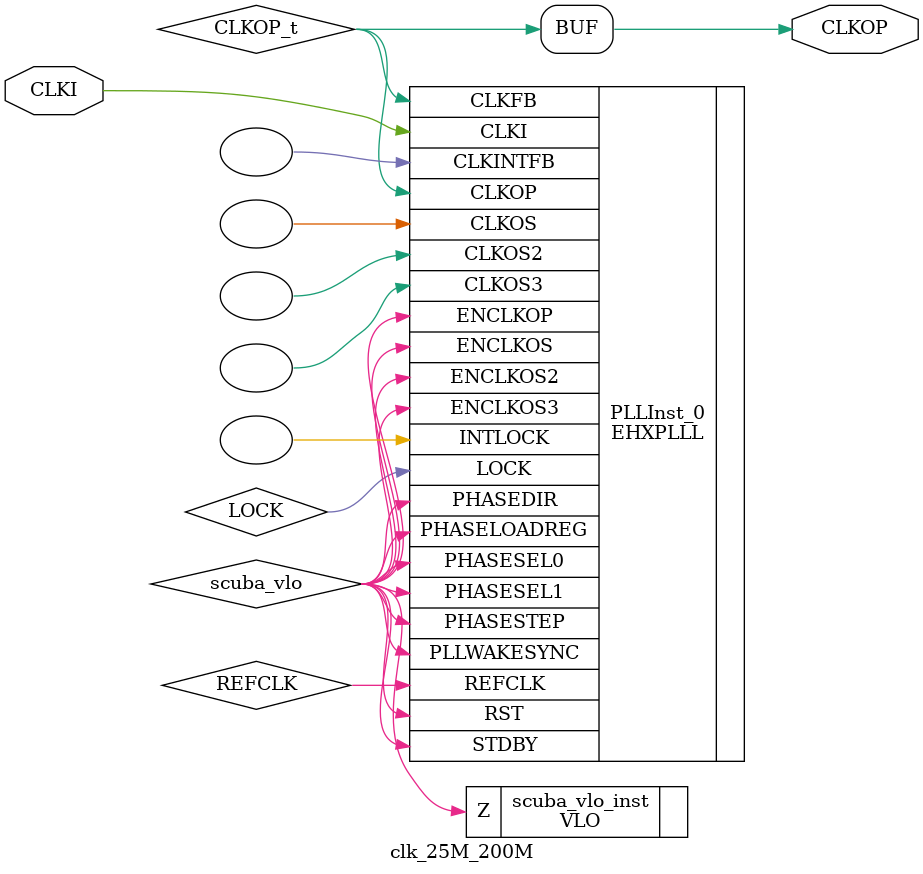
<source format=v>
/* Verilog netlist generated by SCUBA Diamond (64-bit) 3.7.0.96.1 */
/* Module Version: 5.7 */
/* /mt/lattice/diamond/3.7_x64/ispfpga/bin/lin64/scuba -w -n clk_25M_200M -lang verilog -synth synplify -bus_exp 7 -bb -arch sa5p00 -type pll -fin 25.00 -fclkop 200.00 -fclkop_tol 0.0 -phase_cntl STATIC -fb_mode 1 -fdc /home/guest/src/fpga/usbserial-core/TinyFPGA-Bootloader/boards/ulx3s/clock/clk_25M_200M/clk_25M_200M.fdc  */
/* Wed Jul 11 00:09:44 2018 */


`timescale 1 ns / 1 ps
module clk_25M_200M (CLKI, CLKOP)/* synthesis NGD_DRC_MASK=1 */;
    input wire CLKI;
    output wire CLKOP;

    wire REFCLK;
    wire LOCK;
    wire CLKOP_t;
    wire scuba_vhi;
    wire scuba_vlo;

    VHI scuba_vhi_inst (.Z(scuba_vhi));

    VLO scuba_vlo_inst (.Z(scuba_vlo));

    defparam PLLInst_0.PLLRST_ENA = "DISABLED" ;
    defparam PLLInst_0.INTFB_WAKE = "DISABLED" ;
    defparam PLLInst_0.STDBY_ENABLE = "DISABLED" ;
    defparam PLLInst_0.DPHASE_SOURCE = "DISABLED" ;
    defparam PLLInst_0.CLKOS3_FPHASE = 0 ;
    defparam PLLInst_0.CLKOS3_CPHASE = 0 ;
    defparam PLLInst_0.CLKOS2_FPHASE = 0 ;
    defparam PLLInst_0.CLKOS2_CPHASE = 0 ;
    defparam PLLInst_0.CLKOS_FPHASE = 0 ;
    defparam PLLInst_0.CLKOS_CPHASE = 0 ;
    defparam PLLInst_0.CLKOP_FPHASE = 0 ;
    defparam PLLInst_0.CLKOP_CPHASE = 2 ;
    defparam PLLInst_0.PLL_LOCK_MODE = 0 ;
    defparam PLLInst_0.CLKOS_TRIM_DELAY = 0 ;
    defparam PLLInst_0.CLKOS_TRIM_POL = "FALLING" ;
    defparam PLLInst_0.CLKOP_TRIM_DELAY = 0 ;
    defparam PLLInst_0.CLKOP_TRIM_POL = "FALLING" ;
    defparam PLLInst_0.OUTDIVIDER_MUXD = "DIVD" ;
    defparam PLLInst_0.CLKOS3_ENABLE = "DISABLED" ;
    defparam PLLInst_0.OUTDIVIDER_MUXC = "DIVC" ;
    defparam PLLInst_0.CLKOS2_ENABLE = "DISABLED" ;
    defparam PLLInst_0.OUTDIVIDER_MUXB = "DIVB" ;
    defparam PLLInst_0.CLKOS_ENABLE = "DISABLED" ;
    defparam PLLInst_0.OUTDIVIDER_MUXA = "DIVA" ;
    defparam PLLInst_0.CLKOP_ENABLE = "ENABLED" ;
    defparam PLLInst_0.CLKOS3_DIV = 1 ;
    defparam PLLInst_0.CLKOS2_DIV = 1 ;
    defparam PLLInst_0.CLKOS_DIV = 1 ;
    defparam PLLInst_0.CLKOP_DIV = 3 ;
    defparam PLLInst_0.CLKFB_DIV = 8 ;
    defparam PLLInst_0.CLKI_DIV = 1 ;
    defparam PLLInst_0.FEEDBK_PATH = "CLKOP" ;
    EHXPLLL PLLInst_0 (.CLKI(CLKI), .CLKFB(CLKOP_t), .PHASESEL1(scuba_vlo), 
        .PHASESEL0(scuba_vlo), .PHASEDIR(scuba_vlo), .PHASESTEP(scuba_vlo), 
        .PHASELOADREG(scuba_vlo), .STDBY(scuba_vlo), .PLLWAKESYNC(scuba_vlo), 
        .RST(scuba_vlo), .ENCLKOP(scuba_vlo), .ENCLKOS(scuba_vlo), .ENCLKOS2(scuba_vlo), 
        .ENCLKOS3(scuba_vlo), .CLKOP(CLKOP_t), .CLKOS(), .CLKOS2(), .CLKOS3(), 
        .LOCK(LOCK), .INTLOCK(), .REFCLK(REFCLK), .CLKINTFB())
             /* synthesis FREQUENCY_PIN_CLKOP="200.000000" */
             /* synthesis FREQUENCY_PIN_CLKI="25.000000" */
             /* synthesis ICP_CURRENT="5" */
             /* synthesis LPF_RESISTOR="16" */;

    assign CLKOP = CLKOP_t;


    // exemplar begin
    // exemplar attribute PLLInst_0 FREQUENCY_PIN_CLKOP 200.000000
    // exemplar attribute PLLInst_0 FREQUENCY_PIN_CLKI 25.000000
    // exemplar attribute PLLInst_0 ICP_CURRENT 5
    // exemplar attribute PLLInst_0 LPF_RESISTOR 16
    // exemplar end

endmodule

</source>
